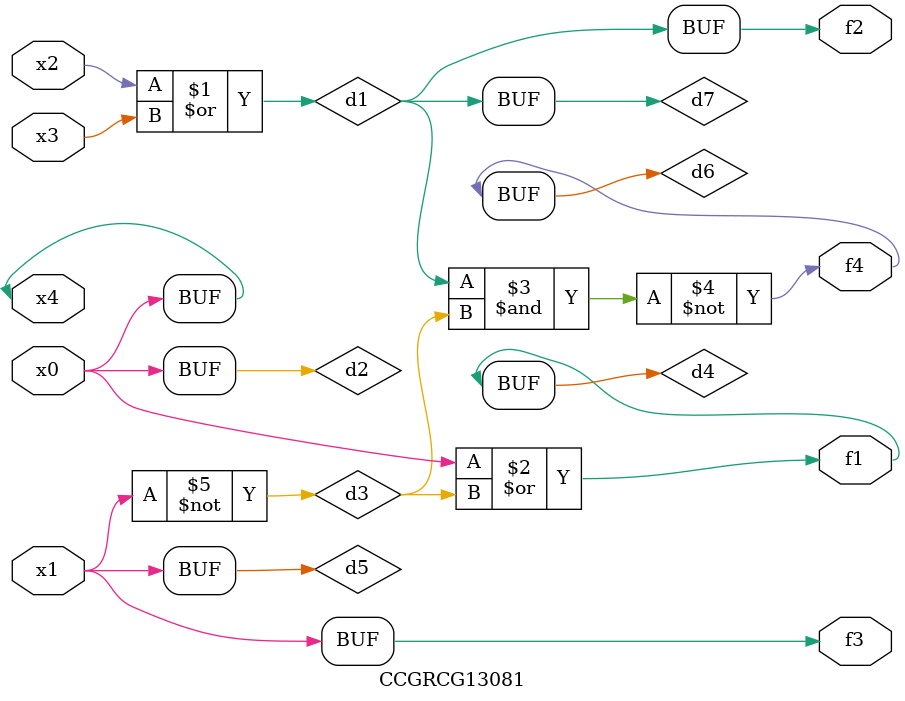
<source format=v>
module CCGRCG13081(
	input x0, x1, x2, x3, x4,
	output f1, f2, f3, f4
);

	wire d1, d2, d3, d4, d5, d6, d7;

	or (d1, x2, x3);
	buf (d2, x0, x4);
	not (d3, x1);
	or (d4, d2, d3);
	not (d5, d3);
	nand (d6, d1, d3);
	or (d7, d1);
	assign f1 = d4;
	assign f2 = d7;
	assign f3 = d5;
	assign f4 = d6;
endmodule

</source>
